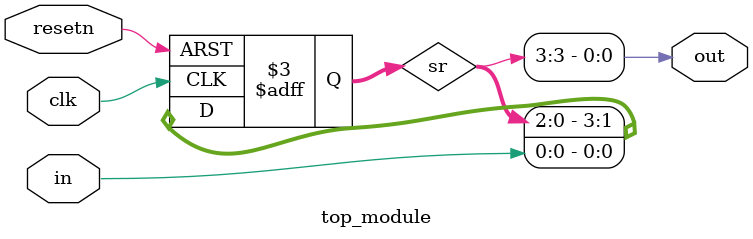
<source format=sv>
module top_module (
	input clk,
	input resetn,
	input in,
	output out
);

	reg [3:0] sr;  // 4-bit shift register

	always @(posedge clk or negedge resetn) begin
		if (!resetn)
			sr <= 4'b0000;  // Reset register to all zeros
		else
			sr <= {sr[2:0], in};  // Shift left and load input into LSB
	end

	assign out = sr[3];  // Output taken from MSB of the register

endmodule

</source>
